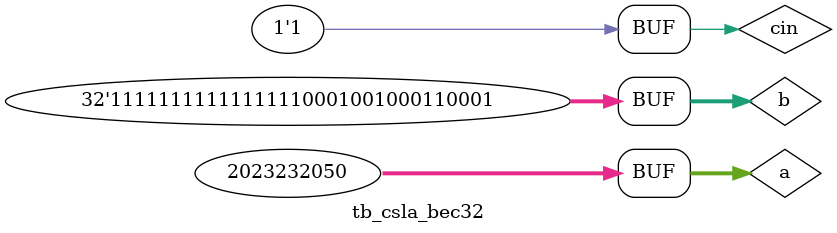
<source format=v>
module csla_bec32(a,b,cin,sum,cout);
input [31:0] a,b;
input cin;
output [31:0] sum;
output cout;
wire cout_bec_1,cout_bec_2,cout_bec_3,cout_bec_4;

csla_bec16 c1(a[15:0],b[15:0],cin,sum[15:0],cout_bec_1);
group4 g1(a[19:16],b[19:16],cout_bec_1,sum[19:16],cout_bec_2);
group4 g2(a[23:20],b[23:20],cout_bec_2,sum[23:20],cout_bec_3);
group4 g3(a[27:24],b[27:24],cout_bec_3,sum[27:24],cout_bec_4);
group4 g4(a[31:28],b[31:28],cout_bec_4,sum[31:28],cout);

endmodule

module tb_csla_bec32;
reg [31:0] a,b;
reg cin;
wire [31:0] sum;
wire cout;
parameter stop_time=200;

csla_bec32 c2(a,b,cin,sum,cout);

initial begin
a=32'h0100DABC;
b=32'h56876542;
cin=0;
#20 b=32'hFFFE3242;
#20 a=32'hABCF2134;
#20 a=32'hFFFF2432;
#20 b=32'hFFFF1231;
#20 a=32'h78981232;
#20 cin=1;
end
endmodule



</source>
